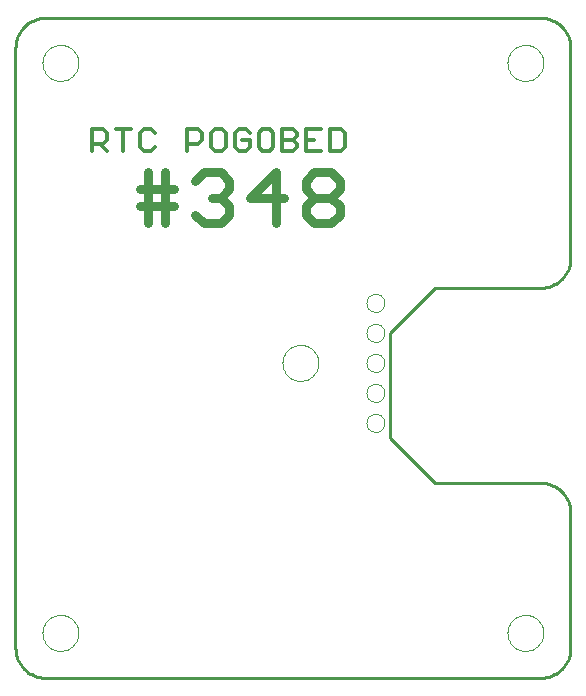
<source format=gtl>
G75*
G70*
%OFA0B0*%
%FSLAX24Y24*%
%IPPOS*%
%LPD*%
%AMOC8*
5,1,8,0,0,1.08239X$1,22.5*
%
%ADD10C,0.0100*%
%ADD11C,0.0000*%
%ADD12C,0.0130*%
%ADD13C,0.0300*%
D10*
X000150Y001150D02*
X000150Y021150D01*
X000152Y021210D01*
X000157Y021271D01*
X000166Y021330D01*
X000179Y021389D01*
X000195Y021448D01*
X000215Y021505D01*
X000238Y021560D01*
X000265Y021615D01*
X000294Y021667D01*
X000327Y021718D01*
X000363Y021767D01*
X000401Y021813D01*
X000443Y021857D01*
X000487Y021899D01*
X000533Y021937D01*
X000582Y021973D01*
X000633Y022006D01*
X000685Y022035D01*
X000740Y022062D01*
X000795Y022085D01*
X000852Y022105D01*
X000911Y022121D01*
X000970Y022134D01*
X001029Y022143D01*
X001090Y022148D01*
X001150Y022150D01*
X017650Y022150D01*
X017710Y022148D01*
X017771Y022143D01*
X017830Y022134D01*
X017889Y022121D01*
X017948Y022105D01*
X018005Y022085D01*
X018060Y022062D01*
X018115Y022035D01*
X018167Y022006D01*
X018218Y021973D01*
X018267Y021937D01*
X018313Y021899D01*
X018357Y021857D01*
X018399Y021813D01*
X018437Y021767D01*
X018473Y021718D01*
X018506Y021667D01*
X018535Y021615D01*
X018562Y021560D01*
X018585Y021505D01*
X018605Y021448D01*
X018621Y021389D01*
X018634Y021330D01*
X018643Y021271D01*
X018648Y021210D01*
X018650Y021150D01*
X018650Y014150D01*
X018648Y014090D01*
X018643Y014029D01*
X018634Y013970D01*
X018621Y013911D01*
X018605Y013852D01*
X018585Y013795D01*
X018562Y013740D01*
X018535Y013685D01*
X018506Y013633D01*
X018473Y013582D01*
X018437Y013533D01*
X018399Y013487D01*
X018357Y013443D01*
X018313Y013401D01*
X018267Y013363D01*
X018218Y013327D01*
X018167Y013294D01*
X018115Y013265D01*
X018060Y013238D01*
X018005Y013215D01*
X017948Y013195D01*
X017889Y013179D01*
X017830Y013166D01*
X017771Y013157D01*
X017710Y013152D01*
X017650Y013150D01*
X014150Y013150D01*
X012650Y011650D01*
X012650Y008150D01*
X014150Y006650D01*
X017650Y006650D01*
X017710Y006648D01*
X017771Y006643D01*
X017830Y006634D01*
X017889Y006621D01*
X017948Y006605D01*
X018005Y006585D01*
X018060Y006562D01*
X018115Y006535D01*
X018167Y006506D01*
X018218Y006473D01*
X018267Y006437D01*
X018313Y006399D01*
X018357Y006357D01*
X018399Y006313D01*
X018437Y006267D01*
X018473Y006218D01*
X018506Y006167D01*
X018535Y006115D01*
X018562Y006060D01*
X018585Y006005D01*
X018605Y005948D01*
X018621Y005889D01*
X018634Y005830D01*
X018643Y005771D01*
X018648Y005710D01*
X018650Y005650D01*
X018650Y001150D01*
X018648Y001090D01*
X018643Y001029D01*
X018634Y000970D01*
X018621Y000911D01*
X018605Y000852D01*
X018585Y000795D01*
X018562Y000740D01*
X018535Y000685D01*
X018506Y000633D01*
X018473Y000582D01*
X018437Y000533D01*
X018399Y000487D01*
X018357Y000443D01*
X018313Y000401D01*
X018267Y000363D01*
X018218Y000327D01*
X018167Y000294D01*
X018115Y000265D01*
X018060Y000238D01*
X018005Y000215D01*
X017948Y000195D01*
X017889Y000179D01*
X017830Y000166D01*
X017771Y000157D01*
X017710Y000152D01*
X017650Y000150D01*
X001150Y000150D01*
X001090Y000152D01*
X001029Y000157D01*
X000970Y000166D01*
X000911Y000179D01*
X000852Y000195D01*
X000795Y000215D01*
X000740Y000238D01*
X000685Y000265D01*
X000633Y000294D01*
X000582Y000327D01*
X000533Y000363D01*
X000487Y000401D01*
X000443Y000443D01*
X000401Y000487D01*
X000363Y000533D01*
X000327Y000582D01*
X000294Y000633D01*
X000265Y000685D01*
X000238Y000740D01*
X000215Y000795D01*
X000195Y000852D01*
X000179Y000911D01*
X000166Y000970D01*
X000157Y001029D01*
X000152Y001090D01*
X000150Y001150D01*
D11*
X001050Y001650D02*
X001052Y001699D01*
X001058Y001747D01*
X001068Y001795D01*
X001082Y001842D01*
X001099Y001888D01*
X001120Y001932D01*
X001145Y001974D01*
X001173Y002014D01*
X001205Y002052D01*
X001239Y002087D01*
X001276Y002119D01*
X001315Y002148D01*
X001357Y002174D01*
X001401Y002196D01*
X001446Y002214D01*
X001493Y002229D01*
X001540Y002240D01*
X001589Y002247D01*
X001638Y002250D01*
X001687Y002249D01*
X001735Y002244D01*
X001784Y002235D01*
X001831Y002222D01*
X001877Y002205D01*
X001921Y002185D01*
X001964Y002161D01*
X002005Y002134D01*
X002043Y002103D01*
X002079Y002070D01*
X002111Y002034D01*
X002141Y001995D01*
X002168Y001954D01*
X002191Y001910D01*
X002210Y001865D01*
X002226Y001819D01*
X002238Y001772D01*
X002246Y001723D01*
X002250Y001674D01*
X002250Y001626D01*
X002246Y001577D01*
X002238Y001528D01*
X002226Y001481D01*
X002210Y001435D01*
X002191Y001390D01*
X002168Y001346D01*
X002141Y001305D01*
X002111Y001266D01*
X002079Y001230D01*
X002043Y001197D01*
X002005Y001166D01*
X001964Y001139D01*
X001921Y001115D01*
X001877Y001095D01*
X001831Y001078D01*
X001784Y001065D01*
X001735Y001056D01*
X001687Y001051D01*
X001638Y001050D01*
X001589Y001053D01*
X001540Y001060D01*
X001493Y001071D01*
X001446Y001086D01*
X001401Y001104D01*
X001357Y001126D01*
X001315Y001152D01*
X001276Y001181D01*
X001239Y001213D01*
X001205Y001248D01*
X001173Y001286D01*
X001145Y001326D01*
X001120Y001368D01*
X001099Y001412D01*
X001082Y001458D01*
X001068Y001505D01*
X001058Y001553D01*
X001052Y001601D01*
X001050Y001650D01*
X009050Y010650D02*
X009052Y010699D01*
X009058Y010747D01*
X009068Y010795D01*
X009082Y010842D01*
X009099Y010888D01*
X009120Y010932D01*
X009145Y010974D01*
X009173Y011014D01*
X009205Y011052D01*
X009239Y011087D01*
X009276Y011119D01*
X009315Y011148D01*
X009357Y011174D01*
X009401Y011196D01*
X009446Y011214D01*
X009493Y011229D01*
X009540Y011240D01*
X009589Y011247D01*
X009638Y011250D01*
X009687Y011249D01*
X009735Y011244D01*
X009784Y011235D01*
X009831Y011222D01*
X009877Y011205D01*
X009921Y011185D01*
X009964Y011161D01*
X010005Y011134D01*
X010043Y011103D01*
X010079Y011070D01*
X010111Y011034D01*
X010141Y010995D01*
X010168Y010954D01*
X010191Y010910D01*
X010210Y010865D01*
X010226Y010819D01*
X010238Y010772D01*
X010246Y010723D01*
X010250Y010674D01*
X010250Y010626D01*
X010246Y010577D01*
X010238Y010528D01*
X010226Y010481D01*
X010210Y010435D01*
X010191Y010390D01*
X010168Y010346D01*
X010141Y010305D01*
X010111Y010266D01*
X010079Y010230D01*
X010043Y010197D01*
X010005Y010166D01*
X009964Y010139D01*
X009921Y010115D01*
X009877Y010095D01*
X009831Y010078D01*
X009784Y010065D01*
X009735Y010056D01*
X009687Y010051D01*
X009638Y010050D01*
X009589Y010053D01*
X009540Y010060D01*
X009493Y010071D01*
X009446Y010086D01*
X009401Y010104D01*
X009357Y010126D01*
X009315Y010152D01*
X009276Y010181D01*
X009239Y010213D01*
X009205Y010248D01*
X009173Y010286D01*
X009145Y010326D01*
X009120Y010368D01*
X009099Y010412D01*
X009082Y010458D01*
X009068Y010505D01*
X009058Y010553D01*
X009052Y010601D01*
X009050Y010650D01*
X011850Y010650D02*
X011852Y010684D01*
X011858Y010718D01*
X011867Y010751D01*
X011881Y010782D01*
X011898Y010812D01*
X011918Y010840D01*
X011941Y010865D01*
X011967Y010888D01*
X011995Y010907D01*
X012025Y010923D01*
X012057Y010935D01*
X012090Y010944D01*
X012124Y010949D01*
X012159Y010950D01*
X012193Y010947D01*
X012226Y010940D01*
X012259Y010930D01*
X012290Y010915D01*
X012319Y010898D01*
X012346Y010877D01*
X012371Y010853D01*
X012393Y010826D01*
X012411Y010798D01*
X012426Y010767D01*
X012438Y010735D01*
X012446Y010701D01*
X012450Y010667D01*
X012450Y010633D01*
X012446Y010599D01*
X012438Y010565D01*
X012426Y010533D01*
X012411Y010502D01*
X012393Y010474D01*
X012371Y010447D01*
X012346Y010423D01*
X012319Y010402D01*
X012290Y010385D01*
X012259Y010370D01*
X012226Y010360D01*
X012193Y010353D01*
X012159Y010350D01*
X012124Y010351D01*
X012090Y010356D01*
X012057Y010365D01*
X012025Y010377D01*
X011995Y010393D01*
X011967Y010412D01*
X011941Y010435D01*
X011918Y010460D01*
X011898Y010488D01*
X011881Y010518D01*
X011867Y010549D01*
X011858Y010582D01*
X011852Y010616D01*
X011850Y010650D01*
X011850Y009650D02*
X011852Y009684D01*
X011858Y009718D01*
X011867Y009751D01*
X011881Y009782D01*
X011898Y009812D01*
X011918Y009840D01*
X011941Y009865D01*
X011967Y009888D01*
X011995Y009907D01*
X012025Y009923D01*
X012057Y009935D01*
X012090Y009944D01*
X012124Y009949D01*
X012159Y009950D01*
X012193Y009947D01*
X012226Y009940D01*
X012259Y009930D01*
X012290Y009915D01*
X012319Y009898D01*
X012346Y009877D01*
X012371Y009853D01*
X012393Y009826D01*
X012411Y009798D01*
X012426Y009767D01*
X012438Y009735D01*
X012446Y009701D01*
X012450Y009667D01*
X012450Y009633D01*
X012446Y009599D01*
X012438Y009565D01*
X012426Y009533D01*
X012411Y009502D01*
X012393Y009474D01*
X012371Y009447D01*
X012346Y009423D01*
X012319Y009402D01*
X012290Y009385D01*
X012259Y009370D01*
X012226Y009360D01*
X012193Y009353D01*
X012159Y009350D01*
X012124Y009351D01*
X012090Y009356D01*
X012057Y009365D01*
X012025Y009377D01*
X011995Y009393D01*
X011967Y009412D01*
X011941Y009435D01*
X011918Y009460D01*
X011898Y009488D01*
X011881Y009518D01*
X011867Y009549D01*
X011858Y009582D01*
X011852Y009616D01*
X011850Y009650D01*
X011850Y008650D02*
X011852Y008684D01*
X011858Y008718D01*
X011867Y008751D01*
X011881Y008782D01*
X011898Y008812D01*
X011918Y008840D01*
X011941Y008865D01*
X011967Y008888D01*
X011995Y008907D01*
X012025Y008923D01*
X012057Y008935D01*
X012090Y008944D01*
X012124Y008949D01*
X012159Y008950D01*
X012193Y008947D01*
X012226Y008940D01*
X012259Y008930D01*
X012290Y008915D01*
X012319Y008898D01*
X012346Y008877D01*
X012371Y008853D01*
X012393Y008826D01*
X012411Y008798D01*
X012426Y008767D01*
X012438Y008735D01*
X012446Y008701D01*
X012450Y008667D01*
X012450Y008633D01*
X012446Y008599D01*
X012438Y008565D01*
X012426Y008533D01*
X012411Y008502D01*
X012393Y008474D01*
X012371Y008447D01*
X012346Y008423D01*
X012319Y008402D01*
X012290Y008385D01*
X012259Y008370D01*
X012226Y008360D01*
X012193Y008353D01*
X012159Y008350D01*
X012124Y008351D01*
X012090Y008356D01*
X012057Y008365D01*
X012025Y008377D01*
X011995Y008393D01*
X011967Y008412D01*
X011941Y008435D01*
X011918Y008460D01*
X011898Y008488D01*
X011881Y008518D01*
X011867Y008549D01*
X011858Y008582D01*
X011852Y008616D01*
X011850Y008650D01*
X011850Y011650D02*
X011852Y011684D01*
X011858Y011718D01*
X011867Y011751D01*
X011881Y011782D01*
X011898Y011812D01*
X011918Y011840D01*
X011941Y011865D01*
X011967Y011888D01*
X011995Y011907D01*
X012025Y011923D01*
X012057Y011935D01*
X012090Y011944D01*
X012124Y011949D01*
X012159Y011950D01*
X012193Y011947D01*
X012226Y011940D01*
X012259Y011930D01*
X012290Y011915D01*
X012319Y011898D01*
X012346Y011877D01*
X012371Y011853D01*
X012393Y011826D01*
X012411Y011798D01*
X012426Y011767D01*
X012438Y011735D01*
X012446Y011701D01*
X012450Y011667D01*
X012450Y011633D01*
X012446Y011599D01*
X012438Y011565D01*
X012426Y011533D01*
X012411Y011502D01*
X012393Y011474D01*
X012371Y011447D01*
X012346Y011423D01*
X012319Y011402D01*
X012290Y011385D01*
X012259Y011370D01*
X012226Y011360D01*
X012193Y011353D01*
X012159Y011350D01*
X012124Y011351D01*
X012090Y011356D01*
X012057Y011365D01*
X012025Y011377D01*
X011995Y011393D01*
X011967Y011412D01*
X011941Y011435D01*
X011918Y011460D01*
X011898Y011488D01*
X011881Y011518D01*
X011867Y011549D01*
X011858Y011582D01*
X011852Y011616D01*
X011850Y011650D01*
X011850Y012650D02*
X011852Y012684D01*
X011858Y012718D01*
X011867Y012751D01*
X011881Y012782D01*
X011898Y012812D01*
X011918Y012840D01*
X011941Y012865D01*
X011967Y012888D01*
X011995Y012907D01*
X012025Y012923D01*
X012057Y012935D01*
X012090Y012944D01*
X012124Y012949D01*
X012159Y012950D01*
X012193Y012947D01*
X012226Y012940D01*
X012259Y012930D01*
X012290Y012915D01*
X012319Y012898D01*
X012346Y012877D01*
X012371Y012853D01*
X012393Y012826D01*
X012411Y012798D01*
X012426Y012767D01*
X012438Y012735D01*
X012446Y012701D01*
X012450Y012667D01*
X012450Y012633D01*
X012446Y012599D01*
X012438Y012565D01*
X012426Y012533D01*
X012411Y012502D01*
X012393Y012474D01*
X012371Y012447D01*
X012346Y012423D01*
X012319Y012402D01*
X012290Y012385D01*
X012259Y012370D01*
X012226Y012360D01*
X012193Y012353D01*
X012159Y012350D01*
X012124Y012351D01*
X012090Y012356D01*
X012057Y012365D01*
X012025Y012377D01*
X011995Y012393D01*
X011967Y012412D01*
X011941Y012435D01*
X011918Y012460D01*
X011898Y012488D01*
X011881Y012518D01*
X011867Y012549D01*
X011858Y012582D01*
X011852Y012616D01*
X011850Y012650D01*
X016550Y020650D02*
X016552Y020699D01*
X016558Y020747D01*
X016568Y020795D01*
X016582Y020842D01*
X016599Y020888D01*
X016620Y020932D01*
X016645Y020974D01*
X016673Y021014D01*
X016705Y021052D01*
X016739Y021087D01*
X016776Y021119D01*
X016815Y021148D01*
X016857Y021174D01*
X016901Y021196D01*
X016946Y021214D01*
X016993Y021229D01*
X017040Y021240D01*
X017089Y021247D01*
X017138Y021250D01*
X017187Y021249D01*
X017235Y021244D01*
X017284Y021235D01*
X017331Y021222D01*
X017377Y021205D01*
X017421Y021185D01*
X017464Y021161D01*
X017505Y021134D01*
X017543Y021103D01*
X017579Y021070D01*
X017611Y021034D01*
X017641Y020995D01*
X017668Y020954D01*
X017691Y020910D01*
X017710Y020865D01*
X017726Y020819D01*
X017738Y020772D01*
X017746Y020723D01*
X017750Y020674D01*
X017750Y020626D01*
X017746Y020577D01*
X017738Y020528D01*
X017726Y020481D01*
X017710Y020435D01*
X017691Y020390D01*
X017668Y020346D01*
X017641Y020305D01*
X017611Y020266D01*
X017579Y020230D01*
X017543Y020197D01*
X017505Y020166D01*
X017464Y020139D01*
X017421Y020115D01*
X017377Y020095D01*
X017331Y020078D01*
X017284Y020065D01*
X017235Y020056D01*
X017187Y020051D01*
X017138Y020050D01*
X017089Y020053D01*
X017040Y020060D01*
X016993Y020071D01*
X016946Y020086D01*
X016901Y020104D01*
X016857Y020126D01*
X016815Y020152D01*
X016776Y020181D01*
X016739Y020213D01*
X016705Y020248D01*
X016673Y020286D01*
X016645Y020326D01*
X016620Y020368D01*
X016599Y020412D01*
X016582Y020458D01*
X016568Y020505D01*
X016558Y020553D01*
X016552Y020601D01*
X016550Y020650D01*
X001050Y020650D02*
X001052Y020699D01*
X001058Y020747D01*
X001068Y020795D01*
X001082Y020842D01*
X001099Y020888D01*
X001120Y020932D01*
X001145Y020974D01*
X001173Y021014D01*
X001205Y021052D01*
X001239Y021087D01*
X001276Y021119D01*
X001315Y021148D01*
X001357Y021174D01*
X001401Y021196D01*
X001446Y021214D01*
X001493Y021229D01*
X001540Y021240D01*
X001589Y021247D01*
X001638Y021250D01*
X001687Y021249D01*
X001735Y021244D01*
X001784Y021235D01*
X001831Y021222D01*
X001877Y021205D01*
X001921Y021185D01*
X001964Y021161D01*
X002005Y021134D01*
X002043Y021103D01*
X002079Y021070D01*
X002111Y021034D01*
X002141Y020995D01*
X002168Y020954D01*
X002191Y020910D01*
X002210Y020865D01*
X002226Y020819D01*
X002238Y020772D01*
X002246Y020723D01*
X002250Y020674D01*
X002250Y020626D01*
X002246Y020577D01*
X002238Y020528D01*
X002226Y020481D01*
X002210Y020435D01*
X002191Y020390D01*
X002168Y020346D01*
X002141Y020305D01*
X002111Y020266D01*
X002079Y020230D01*
X002043Y020197D01*
X002005Y020166D01*
X001964Y020139D01*
X001921Y020115D01*
X001877Y020095D01*
X001831Y020078D01*
X001784Y020065D01*
X001735Y020056D01*
X001687Y020051D01*
X001638Y020050D01*
X001589Y020053D01*
X001540Y020060D01*
X001493Y020071D01*
X001446Y020086D01*
X001401Y020104D01*
X001357Y020126D01*
X001315Y020152D01*
X001276Y020181D01*
X001239Y020213D01*
X001205Y020248D01*
X001173Y020286D01*
X001145Y020326D01*
X001120Y020368D01*
X001099Y020412D01*
X001082Y020458D01*
X001068Y020505D01*
X001058Y020553D01*
X001052Y020601D01*
X001050Y020650D01*
X016550Y001650D02*
X016552Y001699D01*
X016558Y001747D01*
X016568Y001795D01*
X016582Y001842D01*
X016599Y001888D01*
X016620Y001932D01*
X016645Y001974D01*
X016673Y002014D01*
X016705Y002052D01*
X016739Y002087D01*
X016776Y002119D01*
X016815Y002148D01*
X016857Y002174D01*
X016901Y002196D01*
X016946Y002214D01*
X016993Y002229D01*
X017040Y002240D01*
X017089Y002247D01*
X017138Y002250D01*
X017187Y002249D01*
X017235Y002244D01*
X017284Y002235D01*
X017331Y002222D01*
X017377Y002205D01*
X017421Y002185D01*
X017464Y002161D01*
X017505Y002134D01*
X017543Y002103D01*
X017579Y002070D01*
X017611Y002034D01*
X017641Y001995D01*
X017668Y001954D01*
X017691Y001910D01*
X017710Y001865D01*
X017726Y001819D01*
X017738Y001772D01*
X017746Y001723D01*
X017750Y001674D01*
X017750Y001626D01*
X017746Y001577D01*
X017738Y001528D01*
X017726Y001481D01*
X017710Y001435D01*
X017691Y001390D01*
X017668Y001346D01*
X017641Y001305D01*
X017611Y001266D01*
X017579Y001230D01*
X017543Y001197D01*
X017505Y001166D01*
X017464Y001139D01*
X017421Y001115D01*
X017377Y001095D01*
X017331Y001078D01*
X017284Y001065D01*
X017235Y001056D01*
X017187Y001051D01*
X017138Y001050D01*
X017089Y001053D01*
X017040Y001060D01*
X016993Y001071D01*
X016946Y001086D01*
X016901Y001104D01*
X016857Y001126D01*
X016815Y001152D01*
X016776Y001181D01*
X016739Y001213D01*
X016705Y001248D01*
X016673Y001286D01*
X016645Y001326D01*
X016620Y001368D01*
X016599Y001412D01*
X016582Y001458D01*
X016568Y001505D01*
X016558Y001553D01*
X016552Y001601D01*
X016550Y001650D01*
D12*
X010999Y017715D02*
X010634Y017715D01*
X010634Y018446D01*
X010999Y018446D01*
X011121Y018324D01*
X011121Y017837D01*
X010999Y017715D01*
X010329Y017715D02*
X009842Y017715D01*
X009842Y018446D01*
X010329Y018446D01*
X010085Y018080D02*
X009842Y018080D01*
X009537Y017959D02*
X009537Y017837D01*
X009415Y017715D01*
X009050Y017715D01*
X009050Y018446D01*
X009415Y018446D01*
X009537Y018324D01*
X009537Y018202D01*
X009415Y018080D01*
X009050Y018080D01*
X009415Y018080D02*
X009537Y017959D01*
X008745Y017837D02*
X008745Y018324D01*
X008623Y018446D01*
X008380Y018446D01*
X008258Y018324D01*
X008258Y017837D01*
X008380Y017715D01*
X008623Y017715D01*
X008745Y017837D01*
X007953Y017837D02*
X007953Y018080D01*
X007710Y018080D01*
X007953Y018324D02*
X007832Y018446D01*
X007588Y018446D01*
X007466Y018324D01*
X007466Y017837D01*
X007588Y017715D01*
X007832Y017715D01*
X007953Y017837D01*
X007161Y017837D02*
X007161Y018324D01*
X007040Y018446D01*
X006796Y018446D01*
X006674Y018324D01*
X006674Y017837D01*
X006796Y017715D01*
X007040Y017715D01*
X007161Y017837D01*
X006370Y018080D02*
X006248Y017959D01*
X005883Y017959D01*
X005883Y017715D02*
X005883Y018446D01*
X006248Y018446D01*
X006370Y018324D01*
X006370Y018080D01*
X004786Y017837D02*
X004664Y017715D01*
X004421Y017715D01*
X004299Y017837D01*
X004299Y018324D01*
X004421Y018446D01*
X004664Y018446D01*
X004786Y018324D01*
X003994Y018446D02*
X003507Y018446D01*
X003750Y018446D02*
X003750Y017715D01*
X003202Y017715D02*
X002959Y017959D01*
X003080Y017959D02*
X002715Y017959D01*
X002715Y017715D02*
X002715Y018446D01*
X003080Y018446D01*
X003202Y018324D01*
X003202Y018080D01*
X003080Y017959D01*
D13*
X004300Y016434D02*
X005151Y016434D01*
X005434Y016434D01*
X005434Y015867D02*
X004300Y015867D01*
X004584Y015300D02*
X004584Y017001D01*
X005151Y017001D02*
X005151Y015300D01*
X006142Y015584D02*
X006425Y015300D01*
X006992Y015300D01*
X007276Y015584D01*
X007276Y015867D01*
X006992Y016151D01*
X006709Y016151D01*
X006992Y016151D02*
X007276Y016434D01*
X007276Y016718D01*
X006992Y017001D01*
X006425Y017001D01*
X006142Y016718D01*
X007983Y016151D02*
X009117Y016151D01*
X009825Y016434D02*
X009825Y016718D01*
X010108Y017001D01*
X010675Y017001D01*
X010959Y016718D01*
X010959Y016434D01*
X010675Y016151D01*
X010108Y016151D01*
X009825Y016434D01*
X010108Y016151D02*
X009825Y015867D01*
X009825Y015584D01*
X010108Y015300D01*
X010675Y015300D01*
X010959Y015584D01*
X010959Y015867D01*
X010675Y016151D01*
X008834Y017001D02*
X008834Y015300D01*
X007983Y016151D02*
X008834Y017001D01*
M02*

</source>
